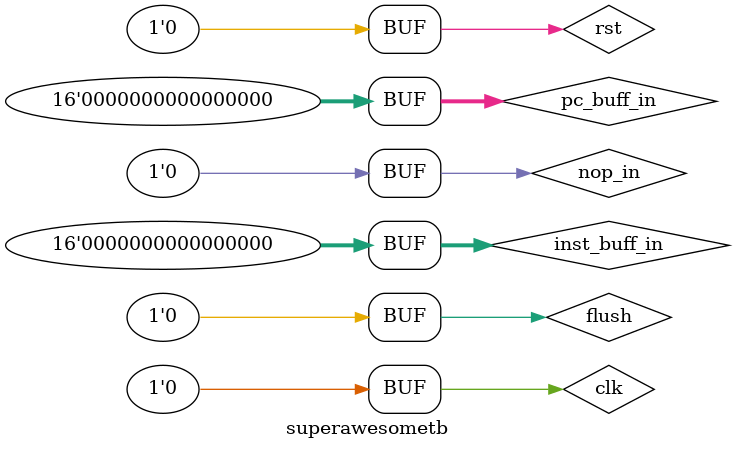
<source format=v>
`timescale 1ns / 1ps


module superawesometb;

	// Inputs
	reg clk;
	reg rst;
	reg flush;
	reg [15:0] pc_buff_in;
	reg [15:0] inst_buff_in;
	reg nop_in;

	// Outputs
	wire [15:0] pc_buff_out;
	wire [15:0] inst_buff_out;

	// Instantiate the Unit Under Test (UUT)
	if_df_buffer uut (
		.clk(clk), 
		.rst(rst), 
		.flush(flush), 
		.pc_buff_in(pc_buff_in), 
		.inst_buff_in(inst_buff_in), 
		.nop_in(nop_in), 
		.pc_buff_out(pc_buff_out), 
		.inst_buff_out(inst_buff_out)
	);

	initial begin
		// Initialize Inputs
		clk = 0;
		rst = 0;
		flush = 0;
		pc_buff_in = 0;
		inst_buff_in = 0;
		nop_in = 0;

		// Wait 100 ns for global reset to finish
		#100;
        
		// Add stimulus here

	end
      
endmodule


</source>
